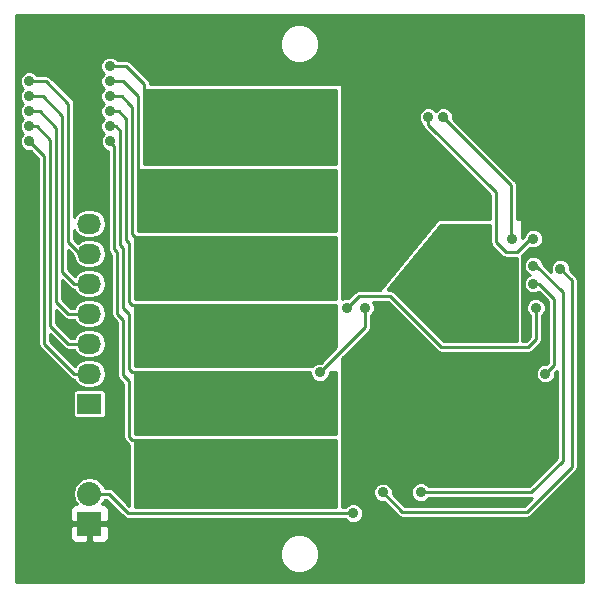
<source format=gbr>
G04 #@! TF.FileFunction,Copper,L2,Bot,Signal*
%FSLAX46Y46*%
G04 Gerber Fmt 4.6, Leading zero omitted, Abs format (unit mm)*
G04 Created by KiCad (PCBNEW (2014-11-27 BZR 5304)-product) date 12/5/2014 1:18:36 AM*
%MOMM*%
G01*
G04 APERTURE LIST*
%ADD10C,0.100000*%
%ADD11C,0.889000*%
%ADD12R,2.032000X1.727200*%
%ADD13O,2.032000X1.727200*%
%ADD14R,2.032000X2.032000*%
%ADD15O,2.032000X2.032000*%
%ADD16C,0.254000*%
%ADD17C,0.203200*%
%ADD18C,0.381000*%
G04 APERTURE END LIST*
D10*
D11*
X205703400Y-130050200D03*
D12*
X172720000Y-138430000D03*
D13*
X172720000Y-135890000D03*
X172720000Y-133350000D03*
X172720000Y-130810000D03*
X172720000Y-128270000D03*
X172720000Y-125730000D03*
X172720000Y-123190000D03*
D14*
X172720000Y-148590000D03*
D15*
X172720000Y-146050000D03*
D11*
X195834000Y-145923000D03*
X198374000Y-107188000D03*
X194908400Y-116461200D03*
X209042000Y-107188000D03*
X203163400Y-122176200D03*
X196559400Y-123954200D03*
X198882000Y-151892000D03*
X210312000Y-143256000D03*
X197575400Y-130304200D03*
X206248000Y-134874000D03*
X209042000Y-134874000D03*
X212307400Y-117350200D03*
X208788000Y-151892000D03*
X200406000Y-137160000D03*
X212598000Y-127000000D03*
X197575400Y-145925200D03*
X167640000Y-111125000D03*
X167640000Y-112395000D03*
X167640000Y-113665000D03*
X167640000Y-114935000D03*
X167640000Y-116205000D03*
X195072000Y-147701000D03*
X202692000Y-114173000D03*
X208534000Y-124460000D03*
X201422000Y-114173000D03*
X210312000Y-124460000D03*
X181700400Y-114429200D03*
X178525400Y-114429200D03*
X188050400Y-116969200D03*
X189955400Y-116969200D03*
X181700400Y-116969200D03*
X184875400Y-116969200D03*
X178525400Y-116969200D03*
X184875400Y-114429200D03*
X188050400Y-114429200D03*
X189955400Y-114429200D03*
X189955400Y-114429200D03*
X188050400Y-114429200D03*
X184875400Y-114429200D03*
X178525400Y-116969200D03*
X184875400Y-116969200D03*
X181700400Y-116969200D03*
X189955400Y-116969200D03*
X188050400Y-116969200D03*
X178525400Y-114429200D03*
X181700400Y-114429200D03*
X174461400Y-109857200D03*
X181700400Y-120144200D03*
X178525400Y-120144200D03*
X188050400Y-122684200D03*
X189955400Y-122684200D03*
X181700400Y-122684200D03*
X184875400Y-122684200D03*
X178525400Y-122684200D03*
X184875400Y-120144200D03*
X188050400Y-120144200D03*
X189955400Y-120144200D03*
X189955400Y-120144200D03*
X188050400Y-120144200D03*
X184875400Y-120144200D03*
X178525400Y-122684200D03*
X184875400Y-122684200D03*
X181700400Y-122684200D03*
X189955400Y-122684200D03*
X188050400Y-122684200D03*
X178525400Y-120144200D03*
X181700400Y-120144200D03*
X174461400Y-111127200D03*
X188050400Y-128399200D03*
X189955400Y-128399200D03*
X181700400Y-128399200D03*
X184875400Y-128399200D03*
X178525400Y-128399200D03*
X178525400Y-128399200D03*
X184875400Y-128399200D03*
X181700400Y-128399200D03*
X189955400Y-128399200D03*
X188050400Y-128399200D03*
X181700400Y-125859200D03*
X178525400Y-125859200D03*
X184875400Y-125859200D03*
X188050400Y-125859200D03*
X189955400Y-125859200D03*
X189955400Y-125859200D03*
X188050400Y-125859200D03*
X184875400Y-125859200D03*
X178525400Y-125859200D03*
X181700400Y-125859200D03*
X174461400Y-112397200D03*
X181700400Y-131574200D03*
X178525400Y-131574200D03*
X188050400Y-134114200D03*
X189955400Y-134114200D03*
X181700400Y-134114200D03*
X184875400Y-134114200D03*
X178525400Y-134114200D03*
X184875400Y-131574200D03*
X188050400Y-131574200D03*
X189955400Y-131574200D03*
X189955400Y-131574200D03*
X188050400Y-131574200D03*
X184875400Y-131574200D03*
X178525400Y-134114200D03*
X184875400Y-134114200D03*
X181700400Y-134114200D03*
X189955400Y-134114200D03*
X188050400Y-134114200D03*
X178525400Y-131574200D03*
X181700400Y-131574200D03*
X189955400Y-134114200D03*
X189955400Y-131574200D03*
X174461400Y-113667200D03*
X181700400Y-137289200D03*
X178525400Y-137289200D03*
X188050400Y-139829200D03*
X189955400Y-139829200D03*
X181700400Y-139829200D03*
X184875400Y-139829200D03*
X178525400Y-139829200D03*
X184875400Y-137289200D03*
X188050400Y-137289200D03*
X189955400Y-137289200D03*
X189955400Y-137289200D03*
X188050400Y-137289200D03*
X184875400Y-137289200D03*
X178525400Y-139829200D03*
X184875400Y-139829200D03*
X181700400Y-139829200D03*
X189955400Y-139829200D03*
X188050400Y-139829200D03*
X178525400Y-137289200D03*
X181700400Y-137289200D03*
X174461400Y-114937200D03*
X188050400Y-145544200D03*
X189955400Y-145544200D03*
X181700400Y-145544200D03*
X184875400Y-145544200D03*
X178525400Y-145544200D03*
X178525400Y-145544200D03*
X184875400Y-145544200D03*
X181700400Y-145544200D03*
X189955400Y-145544200D03*
X188050400Y-145544200D03*
X181700400Y-143004200D03*
X178525400Y-143004200D03*
X184875400Y-143004200D03*
X188050400Y-143004200D03*
X189955400Y-143004200D03*
X189955400Y-143004200D03*
X188050400Y-143004200D03*
X184875400Y-143004200D03*
X178525400Y-143004200D03*
X181700400Y-143004200D03*
X174498000Y-116205000D03*
X210312000Y-126746000D03*
X200787000Y-145923000D03*
X210312000Y-128270000D03*
X211328000Y-135890000D03*
X210529400Y-130304200D03*
X194527400Y-130304200D03*
X196051400Y-130304200D03*
X192241400Y-135765200D03*
X204216000Y-130048000D03*
X205740000Y-128587500D03*
X207200500Y-130048000D03*
X205740000Y-131508500D03*
D16*
X198374000Y-107188000D02*
X198374000Y-112995600D01*
X198374000Y-112995600D02*
X194908400Y-116461200D01*
X198337400Y-122176200D02*
X196559400Y-123954200D01*
X203163400Y-122176200D02*
X198337400Y-122176200D01*
D17*
X197575400Y-130519400D02*
X201930000Y-134874000D01*
X201930000Y-134874000D02*
X206248000Y-134874000D01*
X197575400Y-130304200D02*
X197575400Y-130519400D01*
D16*
X214212400Y-119255200D02*
X212307400Y-117350200D01*
X214212400Y-120398200D02*
X214212400Y-146467600D01*
X208788000Y-151892000D02*
X214212400Y-146467600D01*
X214212400Y-120398200D02*
X214212400Y-119255200D01*
X213577400Y-128270000D02*
X213577400Y-127979400D01*
X213577400Y-127979400D02*
X212598000Y-127000000D01*
X209767400Y-147576200D02*
X200559900Y-147576200D01*
X213577400Y-128270000D02*
X213577400Y-143766200D01*
X213577400Y-143766200D02*
X209767400Y-147576200D01*
X212598000Y-127036600D02*
X212598000Y-127000000D01*
X199226400Y-147576200D02*
X200559900Y-147576200D01*
X199226400Y-147576200D02*
X197575400Y-145925200D01*
X200559900Y-147576200D02*
X200623400Y-147576200D01*
X170942000Y-124714000D02*
X170942000Y-113030000D01*
X170942000Y-113030000D02*
X169037000Y-111125000D01*
X169037000Y-111125000D02*
X167640000Y-111125000D01*
X171958000Y-125730000D02*
X170942000Y-124714000D01*
X172720000Y-125730000D02*
X171958000Y-125730000D01*
X171450000Y-128270000D02*
X170434000Y-127254000D01*
X170434000Y-127254000D02*
X170434000Y-114046000D01*
X170434000Y-114046000D02*
X168783000Y-112395000D01*
X168783000Y-112395000D02*
X167640000Y-112395000D01*
X172720000Y-128270000D02*
X171450000Y-128270000D01*
X170942000Y-130810000D02*
X169926000Y-129794000D01*
X169926000Y-129794000D02*
X169926000Y-115062000D01*
X169926000Y-115062000D02*
X168529000Y-113665000D01*
X168529000Y-113665000D02*
X167640000Y-113665000D01*
X172720000Y-130810000D02*
X170942000Y-130810000D01*
X170942000Y-133350000D02*
X169418000Y-131826000D01*
X169418000Y-131826000D02*
X169418000Y-116078000D01*
X172720000Y-133350000D02*
X170942000Y-133350000D01*
X168275000Y-114935000D02*
X169418000Y-116078000D01*
X167640000Y-114935000D02*
X168275000Y-114935000D01*
X171450000Y-135890000D02*
X168910000Y-133350000D01*
X168910000Y-133350000D02*
X168910000Y-117475000D01*
X168910000Y-117475000D02*
X167640000Y-116205000D01*
X172720000Y-135890000D02*
X171450000Y-135890000D01*
X172720000Y-146050000D02*
X174371000Y-146050000D01*
X176022000Y-147701000D02*
X193929000Y-147701000D01*
X174371000Y-146050000D02*
X176022000Y-147701000D01*
X193929000Y-147701000D02*
X195072000Y-147701000D01*
X208407000Y-119888000D02*
X208343500Y-119824500D01*
X208343500Y-119824500D02*
X202692000Y-114173000D01*
X208343500Y-119824500D02*
X208407000Y-119888000D01*
X208407000Y-124333000D02*
X208534000Y-124460000D01*
X208407000Y-119888000D02*
X208407000Y-124333000D01*
X207137000Y-124714000D02*
X207137000Y-120523000D01*
X207137000Y-120523000D02*
X201422000Y-114808000D01*
X201422000Y-114808000D02*
X201422000Y-114173000D01*
X208026000Y-125603000D02*
X207137000Y-124714000D01*
X208915000Y-125603000D02*
X208026000Y-125603000D01*
X210058000Y-124460000D02*
X208915000Y-125603000D01*
X210312000Y-124460000D02*
X210058000Y-124460000D01*
X175858400Y-109857200D02*
X177382400Y-111381200D01*
X177382400Y-111381200D02*
X177382400Y-111889200D01*
X174461400Y-109857200D02*
X175858400Y-109857200D01*
X176874400Y-112397200D02*
X176874400Y-118620200D01*
X174461400Y-111127200D02*
X175604400Y-111127200D01*
X175604400Y-111127200D02*
X176620400Y-112143200D01*
X176620400Y-112143200D02*
X176874400Y-112397200D01*
X176366400Y-113286200D02*
X176366400Y-124081200D01*
X176366400Y-124081200D02*
X176620400Y-124335200D01*
X174461400Y-112397200D02*
X175477400Y-112397200D01*
X175477400Y-112397200D02*
X176112400Y-113032200D01*
X176112400Y-113032200D02*
X176366400Y-113286200D01*
X175858400Y-124589200D02*
X176112400Y-124843200D01*
X176112400Y-124843200D02*
X176112400Y-129796200D01*
X176112400Y-129796200D02*
X176366400Y-130050200D01*
X176366400Y-130050200D02*
X176620400Y-130050200D01*
X175223400Y-113667200D02*
X175858400Y-114302200D01*
X174461400Y-113667200D02*
X175223400Y-113667200D01*
X175858400Y-114302200D02*
X175858400Y-123954200D01*
X175858400Y-123954200D02*
X175858400Y-124589200D01*
X175350400Y-124970200D02*
X175604400Y-125224200D01*
X175604400Y-125224200D02*
X175604400Y-130304200D01*
X175604400Y-130304200D02*
X176112400Y-130812200D01*
X176112400Y-130812200D02*
X176112400Y-135511200D01*
X176112400Y-135511200D02*
X176366400Y-135765200D01*
X176366400Y-135765200D02*
X176620400Y-135765200D01*
X174461400Y-114937200D02*
X174969400Y-114937200D01*
X175350400Y-115318200D02*
X175350400Y-123954200D01*
X174969400Y-114937200D02*
X175350400Y-115318200D01*
X175350400Y-123954200D02*
X175350400Y-124970200D01*
X175096400Y-130812200D02*
X175604400Y-131320200D01*
X175604400Y-131320200D02*
X175604400Y-136019200D01*
X175604400Y-136019200D02*
X176112400Y-136527200D01*
X176112400Y-136527200D02*
X176112400Y-141226200D01*
X176112400Y-141226200D02*
X176366400Y-141480200D01*
X176366400Y-141480200D02*
X176620400Y-141480200D01*
X174842400Y-123954200D02*
X174842400Y-125351200D01*
X174498000Y-116243800D02*
X174842400Y-116588200D01*
X174842400Y-116588200D02*
X174842400Y-123954200D01*
X174498000Y-116205000D02*
X174498000Y-116243800D01*
X175096400Y-125605200D02*
X175096400Y-129923200D01*
X174842400Y-125351200D02*
X175096400Y-125605200D01*
X175096400Y-129923200D02*
X175096400Y-130812200D01*
X210566000Y-126746000D02*
X212815400Y-128995400D01*
X212815400Y-128995400D02*
X212815400Y-129796200D01*
X212815400Y-129796200D02*
X212815400Y-143258200D01*
X212815400Y-143258200D02*
X210150600Y-145923000D01*
X210150600Y-145923000D02*
X200787000Y-145923000D01*
X210312000Y-126746000D02*
X210566000Y-126746000D01*
X210312000Y-128270000D02*
X210820000Y-128270000D01*
X212090000Y-135128000D02*
X211328000Y-135890000D01*
X212090000Y-129540000D02*
X212090000Y-135128000D01*
X210820000Y-128270000D02*
X212090000Y-129540000D01*
X195543400Y-129288200D02*
X198210400Y-129288200D01*
X194527400Y-130304200D02*
X195543400Y-129288200D01*
X210529400Y-132971200D02*
X209894400Y-133606200D01*
X209894400Y-133606200D02*
X202528400Y-133606200D01*
X202528400Y-133606200D02*
X198210400Y-129288200D01*
X210529400Y-130304200D02*
X210529400Y-132971200D01*
X196051400Y-131955200D02*
X194908400Y-133098200D01*
X192241400Y-135765200D02*
X194908400Y-133098200D01*
X196051400Y-130304200D02*
X196051400Y-131955200D01*
D17*
X204218200Y-130050200D02*
X204216000Y-130048000D01*
X205703400Y-130050200D02*
X204218200Y-130050200D01*
X205703400Y-128624100D02*
X205740000Y-128587500D01*
X205703400Y-130050200D02*
X205703400Y-128624100D01*
X207198300Y-130050200D02*
X207200500Y-130048000D01*
X205703400Y-130050200D02*
X207198300Y-130050200D01*
X205703400Y-131471900D02*
X205740000Y-131508500D01*
X205703400Y-130050200D02*
X205703400Y-131471900D01*
D16*
G36*
X214503000Y-153543000D02*
X214085400Y-153543000D01*
X214085400Y-143766200D01*
X214085400Y-128270000D01*
X214085400Y-127979400D01*
X214046731Y-127784997D01*
X213936610Y-127620190D01*
X213423407Y-127106987D01*
X213423643Y-126836518D01*
X213298233Y-126533002D01*
X213066219Y-126300583D01*
X212762923Y-126174643D01*
X212434518Y-126174357D01*
X212131002Y-126299767D01*
X211898583Y-126531781D01*
X211772643Y-126835077D01*
X211772357Y-127163482D01*
X211821966Y-127283546D01*
X211137628Y-126599208D01*
X211137643Y-126582518D01*
X211012233Y-126279002D01*
X210780219Y-126046583D01*
X210476923Y-125920643D01*
X210148518Y-125920357D01*
X209845002Y-126045767D01*
X209612583Y-126277781D01*
X209486643Y-126581077D01*
X209486357Y-126909482D01*
X209611767Y-127212998D01*
X209843781Y-127445417D01*
X209994493Y-127507998D01*
X209845002Y-127569767D01*
X209612583Y-127801781D01*
X209486643Y-128105077D01*
X209486357Y-128433482D01*
X209611767Y-128736998D01*
X209843781Y-128969417D01*
X210147077Y-129095357D01*
X210475482Y-129095643D01*
X210778998Y-128970233D01*
X210790415Y-128958835D01*
X211582000Y-129750420D01*
X211582000Y-134917580D01*
X211434987Y-135064592D01*
X211355043Y-135064522D01*
X211355043Y-130140718D01*
X211229633Y-129837202D01*
X210997619Y-129604783D01*
X210694323Y-129478843D01*
X210365918Y-129478557D01*
X210062402Y-129603967D01*
X209829983Y-129835981D01*
X209704043Y-130139277D01*
X209703757Y-130467682D01*
X209829167Y-130771198D01*
X210021400Y-130963766D01*
X210021400Y-132760779D01*
X209683979Y-133098200D01*
X209386400Y-133098200D01*
X209386400Y-125850020D01*
X210008574Y-125227845D01*
X210147077Y-125285357D01*
X210475482Y-125285643D01*
X210778998Y-125160233D01*
X211011417Y-124928219D01*
X211137357Y-124624923D01*
X211137643Y-124296518D01*
X211012233Y-123993002D01*
X210780219Y-123760583D01*
X210476923Y-123634643D01*
X210148518Y-123634357D01*
X209845002Y-123759767D01*
X209612583Y-123991781D01*
X209486643Y-124295077D01*
X209486627Y-124312952D01*
X209386400Y-124413180D01*
X209386400Y-122811200D01*
X208915000Y-122811200D01*
X208915000Y-119888000D01*
X208876331Y-119693597D01*
X208766211Y-119528790D01*
X208702710Y-119465290D01*
X203517407Y-114279987D01*
X203517643Y-114009518D01*
X203392233Y-113706002D01*
X203160219Y-113473583D01*
X202856923Y-113347643D01*
X202528518Y-113347357D01*
X202225002Y-113472767D01*
X202056910Y-113640565D01*
X201890219Y-113473583D01*
X201586923Y-113347643D01*
X201258518Y-113347357D01*
X200955002Y-113472767D01*
X200722583Y-113704781D01*
X200596643Y-114008077D01*
X200596357Y-114336482D01*
X200721767Y-114639998D01*
X200920102Y-114838679D01*
X200952669Y-115002403D01*
X201062790Y-115167210D01*
X206629000Y-120733420D01*
X206629000Y-122811200D01*
X202220852Y-122811200D01*
X197337124Y-128780200D01*
X195543400Y-128780200D01*
X195348997Y-128818869D01*
X195184190Y-128928990D01*
X194634387Y-129478792D01*
X194363918Y-129478557D01*
X194146400Y-129568433D01*
X194146400Y-129542200D01*
X194146400Y-124335200D01*
X194146400Y-123827200D01*
X194146400Y-118620200D01*
X194146400Y-118112200D01*
X194146400Y-111381200D01*
X192130963Y-111381200D01*
X192130963Y-107627061D01*
X191883229Y-107027501D01*
X191424912Y-106568383D01*
X190825785Y-106319604D01*
X190177061Y-106319037D01*
X189577501Y-106566771D01*
X189118383Y-107025088D01*
X188869604Y-107624215D01*
X188869037Y-108272939D01*
X189116771Y-108872499D01*
X189575088Y-109331617D01*
X190174215Y-109580396D01*
X190822939Y-109580963D01*
X191422499Y-109333229D01*
X191881617Y-108874912D01*
X192130396Y-108275785D01*
X192130963Y-107627061D01*
X192130963Y-111381200D01*
X177890400Y-111381200D01*
X177851731Y-111186797D01*
X177851730Y-111186796D01*
X177815190Y-111132110D01*
X177741610Y-111021990D01*
X177741610Y-111021989D01*
X176217610Y-109497990D01*
X176052803Y-109387869D01*
X175858400Y-109349200D01*
X175120702Y-109349200D01*
X174929619Y-109157783D01*
X174626323Y-109031843D01*
X174297918Y-109031557D01*
X173994402Y-109156967D01*
X173761983Y-109388981D01*
X173636043Y-109692277D01*
X173635757Y-110020682D01*
X173761167Y-110324198D01*
X173928965Y-110492289D01*
X173761983Y-110658981D01*
X173636043Y-110962277D01*
X173635757Y-111290682D01*
X173761167Y-111594198D01*
X173928965Y-111762289D01*
X173761983Y-111928981D01*
X173636043Y-112232277D01*
X173635757Y-112560682D01*
X173761167Y-112864198D01*
X173928965Y-113032289D01*
X173761983Y-113198981D01*
X173636043Y-113502277D01*
X173635757Y-113830682D01*
X173761167Y-114134198D01*
X173928965Y-114302289D01*
X173761983Y-114468981D01*
X173636043Y-114772277D01*
X173635757Y-115100682D01*
X173761167Y-115404198D01*
X173946133Y-115589487D01*
X173798583Y-115736781D01*
X173672643Y-116040077D01*
X173672357Y-116368482D01*
X173797767Y-116671998D01*
X174029781Y-116904417D01*
X174333077Y-117030357D01*
X174334400Y-117030358D01*
X174334400Y-123954200D01*
X174334400Y-125351200D01*
X174373069Y-125545603D01*
X174483190Y-125710410D01*
X174588400Y-125815620D01*
X174588400Y-129923200D01*
X174588400Y-130812200D01*
X174627069Y-131006603D01*
X174737190Y-131171410D01*
X175096400Y-131530620D01*
X175096400Y-136019200D01*
X175135069Y-136213603D01*
X175245190Y-136378410D01*
X175604400Y-136737620D01*
X175604400Y-141226200D01*
X175643069Y-141420603D01*
X175753190Y-141585410D01*
X176007190Y-141839410D01*
X176112400Y-141909709D01*
X176112400Y-147072979D01*
X174730210Y-145690790D01*
X174565403Y-145580669D01*
X174371000Y-145542000D01*
X174144369Y-145542000D01*
X174144369Y-135890000D01*
X174049629Y-135413712D01*
X173779834Y-135009935D01*
X173376057Y-134740140D01*
X172899769Y-134645400D01*
X172540231Y-134645400D01*
X172063943Y-134740140D01*
X171660166Y-135009935D01*
X171511239Y-135232818D01*
X169418000Y-133139579D01*
X169418000Y-132544420D01*
X170582789Y-133709210D01*
X170582790Y-133709210D01*
X170692910Y-133782790D01*
X170747596Y-133819330D01*
X170747597Y-133819331D01*
X170942000Y-133858000D01*
X171411560Y-133858000D01*
X171660166Y-134230065D01*
X172063943Y-134499860D01*
X172540231Y-134594600D01*
X172899769Y-134594600D01*
X173376057Y-134499860D01*
X173779834Y-134230065D01*
X174049629Y-133826288D01*
X174144369Y-133350000D01*
X174049629Y-132873712D01*
X173779834Y-132469935D01*
X173376057Y-132200140D01*
X172899769Y-132105400D01*
X172540231Y-132105400D01*
X172063943Y-132200140D01*
X171660166Y-132469935D01*
X171411560Y-132842000D01*
X171152420Y-132842000D01*
X169926000Y-131615579D01*
X169926000Y-130512420D01*
X170582790Y-131169210D01*
X170747597Y-131279331D01*
X170942000Y-131318000D01*
X171411560Y-131318000D01*
X171660166Y-131690065D01*
X172063943Y-131959860D01*
X172540231Y-132054600D01*
X172899769Y-132054600D01*
X173376057Y-131959860D01*
X173779834Y-131690065D01*
X174049629Y-131286288D01*
X174144369Y-130810000D01*
X174049629Y-130333712D01*
X173779834Y-129929935D01*
X173376057Y-129660140D01*
X172899769Y-129565400D01*
X172540231Y-129565400D01*
X172063943Y-129660140D01*
X171660166Y-129929935D01*
X171411560Y-130302000D01*
X171152420Y-130302000D01*
X170434000Y-129583580D01*
X170434000Y-127972420D01*
X171090790Y-128629210D01*
X171255597Y-128739331D01*
X171405668Y-128769181D01*
X171660166Y-129150065D01*
X172063943Y-129419860D01*
X172540231Y-129514600D01*
X172899769Y-129514600D01*
X173376057Y-129419860D01*
X173779834Y-129150065D01*
X174049629Y-128746288D01*
X174144369Y-128270000D01*
X174049629Y-127793712D01*
X173779834Y-127389935D01*
X173376057Y-127120140D01*
X172899769Y-127025400D01*
X172540231Y-127025400D01*
X172063943Y-127120140D01*
X171660166Y-127389935D01*
X171511239Y-127612819D01*
X170942000Y-127043580D01*
X170942000Y-125432420D01*
X171309548Y-125799968D01*
X171390371Y-126206288D01*
X171660166Y-126610065D01*
X172063943Y-126879860D01*
X172540231Y-126974600D01*
X172899769Y-126974600D01*
X173376057Y-126879860D01*
X173779834Y-126610065D01*
X174049629Y-126206288D01*
X174144369Y-125730000D01*
X174049629Y-125253712D01*
X173779834Y-124849935D01*
X173376057Y-124580140D01*
X172899769Y-124485400D01*
X172540231Y-124485400D01*
X172063943Y-124580140D01*
X171741805Y-124795385D01*
X171450000Y-124503580D01*
X171450000Y-123755529D01*
X171660166Y-124070065D01*
X172063943Y-124339860D01*
X172540231Y-124434600D01*
X172899769Y-124434600D01*
X173376057Y-124339860D01*
X173779834Y-124070065D01*
X174049629Y-123666288D01*
X174144369Y-123190000D01*
X174049629Y-122713712D01*
X173779834Y-122309935D01*
X173376057Y-122040140D01*
X172899769Y-121945400D01*
X172540231Y-121945400D01*
X172063943Y-122040140D01*
X171660166Y-122309935D01*
X171450000Y-122624470D01*
X171450000Y-113030000D01*
X171411331Y-112835597D01*
X171301210Y-112670790D01*
X169396210Y-110765790D01*
X169231403Y-110655669D01*
X169037000Y-110617000D01*
X168299302Y-110617000D01*
X168108219Y-110425583D01*
X167804923Y-110299643D01*
X167476518Y-110299357D01*
X167173002Y-110424767D01*
X166940583Y-110656781D01*
X166814643Y-110960077D01*
X166814357Y-111288482D01*
X166939767Y-111591998D01*
X167107565Y-111760089D01*
X166940583Y-111926781D01*
X166814643Y-112230077D01*
X166814357Y-112558482D01*
X166939767Y-112861998D01*
X167107565Y-113030089D01*
X166940583Y-113196781D01*
X166814643Y-113500077D01*
X166814357Y-113828482D01*
X166939767Y-114131998D01*
X167107565Y-114300089D01*
X166940583Y-114466781D01*
X166814643Y-114770077D01*
X166814357Y-115098482D01*
X166939767Y-115401998D01*
X167107565Y-115570089D01*
X166940583Y-115736781D01*
X166814643Y-116040077D01*
X166814357Y-116368482D01*
X166939767Y-116671998D01*
X167171781Y-116904417D01*
X167475077Y-117030357D01*
X167747173Y-117030593D01*
X168402000Y-117685420D01*
X168402000Y-133350000D01*
X168440669Y-133544403D01*
X168550790Y-133709210D01*
X171090789Y-136249210D01*
X171090790Y-136249210D01*
X171200910Y-136322790D01*
X171255596Y-136359330D01*
X171255597Y-136359331D01*
X171405668Y-136389181D01*
X171660166Y-136770065D01*
X172063943Y-137039860D01*
X172540231Y-137134600D01*
X172899769Y-137134600D01*
X173376057Y-137039860D01*
X173779834Y-136770065D01*
X174049629Y-136366288D01*
X174144369Y-135890000D01*
X174144369Y-145542000D01*
X174117000Y-145542000D01*
X174117000Y-139369385D01*
X174117000Y-139217814D01*
X174117000Y-137490614D01*
X174058996Y-137350580D01*
X173951819Y-137243404D01*
X173811785Y-137185400D01*
X173660214Y-137185400D01*
X171628214Y-137185400D01*
X171488180Y-137243404D01*
X171381004Y-137350581D01*
X171323000Y-137490615D01*
X171323000Y-137642186D01*
X171323000Y-139369386D01*
X171381004Y-139509420D01*
X171488181Y-139616596D01*
X171628215Y-139674600D01*
X171779786Y-139674600D01*
X173811786Y-139674600D01*
X173951820Y-139616596D01*
X174058996Y-139509419D01*
X174117000Y-139369385D01*
X174117000Y-145542000D01*
X174021396Y-145542000D01*
X174010660Y-145488022D01*
X173707828Y-145034803D01*
X173254609Y-144731971D01*
X172720000Y-144625631D01*
X172185391Y-144731971D01*
X171732172Y-145034803D01*
X171429340Y-145488022D01*
X171323000Y-146022631D01*
X171323000Y-146077369D01*
X171429340Y-146611978D01*
X171647849Y-146939000D01*
X171577690Y-146939000D01*
X171344301Y-147035673D01*
X171165673Y-147214302D01*
X171069000Y-147447691D01*
X171069000Y-148304250D01*
X171227750Y-148463000D01*
X172593000Y-148463000D01*
X172593000Y-148443000D01*
X172847000Y-148443000D01*
X172847000Y-148463000D01*
X174212250Y-148463000D01*
X174371000Y-148304250D01*
X174371000Y-147447691D01*
X174274327Y-147214302D01*
X174095699Y-147035673D01*
X173862310Y-146939000D01*
X173792150Y-146939000D01*
X174010660Y-146611978D01*
X174021396Y-146558000D01*
X174160579Y-146558000D01*
X175662790Y-148060211D01*
X175827597Y-148170331D01*
X176022000Y-148209000D01*
X193929000Y-148209000D01*
X194412697Y-148209000D01*
X194603781Y-148400417D01*
X194907077Y-148526357D01*
X195235482Y-148526643D01*
X195538998Y-148401233D01*
X195771417Y-148169219D01*
X195897357Y-147865923D01*
X195897643Y-147537518D01*
X195772233Y-147234002D01*
X195540219Y-147001583D01*
X195236923Y-146875643D01*
X194908518Y-146875357D01*
X194605002Y-147000767D01*
X194412433Y-147193000D01*
X194146400Y-147193000D01*
X194146400Y-141480200D01*
X194146400Y-140972200D01*
X194146400Y-135765200D01*
X194146400Y-135257200D01*
X194146400Y-134578620D01*
X195267610Y-133457410D01*
X195267611Y-133457410D01*
X195267613Y-133457406D01*
X196410610Y-132314410D01*
X196520731Y-132149604D01*
X196520731Y-132149603D01*
X196559400Y-131955200D01*
X196559400Y-130963502D01*
X196750817Y-130772419D01*
X196876757Y-130469123D01*
X196877043Y-130140718D01*
X196751633Y-129837202D01*
X196710702Y-129796200D01*
X197999980Y-129796200D01*
X202169190Y-133965410D01*
X202333996Y-134075531D01*
X202333997Y-134075531D01*
X202528400Y-134114200D01*
X209894400Y-134114200D01*
X210088803Y-134075531D01*
X210253610Y-133965410D01*
X210888610Y-133330410D01*
X210888611Y-133330410D01*
X210998731Y-133165603D01*
X211037400Y-132971200D01*
X211037400Y-130963502D01*
X211228817Y-130772419D01*
X211354757Y-130469123D01*
X211355043Y-130140718D01*
X211355043Y-135064522D01*
X211164518Y-135064357D01*
X210861002Y-135189767D01*
X210628583Y-135421781D01*
X210502643Y-135725077D01*
X210502357Y-136053482D01*
X210627767Y-136356998D01*
X210859781Y-136589417D01*
X211163077Y-136715357D01*
X211491482Y-136715643D01*
X211794998Y-136590233D01*
X212027417Y-136358219D01*
X212153357Y-136054923D01*
X212153593Y-135782826D01*
X212307400Y-135629020D01*
X212307400Y-143047780D01*
X209940180Y-145415000D01*
X201446302Y-145415000D01*
X201255219Y-145223583D01*
X200951923Y-145097643D01*
X200623518Y-145097357D01*
X200320002Y-145222767D01*
X200087583Y-145454781D01*
X199961643Y-145758077D01*
X199961357Y-146086482D01*
X200086767Y-146389998D01*
X200318781Y-146622417D01*
X200622077Y-146748357D01*
X200950482Y-146748643D01*
X201253998Y-146623233D01*
X201446566Y-146431000D01*
X210150600Y-146431000D01*
X210205000Y-146420179D01*
X209556979Y-147068200D01*
X200623400Y-147068200D01*
X200559900Y-147068200D01*
X199436820Y-147068200D01*
X198400807Y-146032187D01*
X198401043Y-145761718D01*
X198275633Y-145458202D01*
X198043619Y-145225783D01*
X197740323Y-145099843D01*
X197411918Y-145099557D01*
X197108402Y-145224967D01*
X196875983Y-145456981D01*
X196750043Y-145760277D01*
X196749757Y-146088682D01*
X196875167Y-146392198D01*
X197107181Y-146624617D01*
X197410477Y-146750557D01*
X197682573Y-146750793D01*
X198867190Y-147935411D01*
X199031997Y-148045531D01*
X199226400Y-148084200D01*
X200559900Y-148084200D01*
X200623400Y-148084200D01*
X209767400Y-148084200D01*
X209961803Y-148045531D01*
X210126610Y-147935410D01*
X213936610Y-144125410D01*
X214046731Y-143960603D01*
X214085400Y-143766200D01*
X214085400Y-153543000D01*
X192130963Y-153543000D01*
X192130963Y-150807061D01*
X191883229Y-150207501D01*
X191424912Y-149748383D01*
X190825785Y-149499604D01*
X190177061Y-149499037D01*
X189577501Y-149746771D01*
X189118383Y-150205088D01*
X188869604Y-150804215D01*
X188869037Y-151452939D01*
X189116771Y-152052499D01*
X189575088Y-152511617D01*
X190174215Y-152760396D01*
X190822939Y-152760963D01*
X191422499Y-152513229D01*
X191881617Y-152054912D01*
X192130396Y-151455785D01*
X192130963Y-150807061D01*
X192130963Y-153543000D01*
X174371000Y-153543000D01*
X174371000Y-149732309D01*
X174371000Y-148875750D01*
X174212250Y-148717000D01*
X172847000Y-148717000D01*
X172847000Y-150082250D01*
X173005750Y-150241000D01*
X173609691Y-150241000D01*
X173862310Y-150241000D01*
X174095699Y-150144327D01*
X174274327Y-149965698D01*
X174371000Y-149732309D01*
X174371000Y-153543000D01*
X172593000Y-153543000D01*
X172593000Y-150082250D01*
X172593000Y-148717000D01*
X171227750Y-148717000D01*
X171069000Y-148875750D01*
X171069000Y-149732309D01*
X171165673Y-149965698D01*
X171344301Y-150144327D01*
X171577690Y-150241000D01*
X171830309Y-150241000D01*
X172434250Y-150241000D01*
X172593000Y-150082250D01*
X172593000Y-153543000D01*
X166497000Y-153543000D01*
X166497000Y-105537000D01*
X214503000Y-105537000D01*
X214503000Y-153543000D01*
X214503000Y-153543000D01*
G37*
X214503000Y-153543000D02*
X214085400Y-153543000D01*
X214085400Y-143766200D01*
X214085400Y-128270000D01*
X214085400Y-127979400D01*
X214046731Y-127784997D01*
X213936610Y-127620190D01*
X213423407Y-127106987D01*
X213423643Y-126836518D01*
X213298233Y-126533002D01*
X213066219Y-126300583D01*
X212762923Y-126174643D01*
X212434518Y-126174357D01*
X212131002Y-126299767D01*
X211898583Y-126531781D01*
X211772643Y-126835077D01*
X211772357Y-127163482D01*
X211821966Y-127283546D01*
X211137628Y-126599208D01*
X211137643Y-126582518D01*
X211012233Y-126279002D01*
X210780219Y-126046583D01*
X210476923Y-125920643D01*
X210148518Y-125920357D01*
X209845002Y-126045767D01*
X209612583Y-126277781D01*
X209486643Y-126581077D01*
X209486357Y-126909482D01*
X209611767Y-127212998D01*
X209843781Y-127445417D01*
X209994493Y-127507998D01*
X209845002Y-127569767D01*
X209612583Y-127801781D01*
X209486643Y-128105077D01*
X209486357Y-128433482D01*
X209611767Y-128736998D01*
X209843781Y-128969417D01*
X210147077Y-129095357D01*
X210475482Y-129095643D01*
X210778998Y-128970233D01*
X210790415Y-128958835D01*
X211582000Y-129750420D01*
X211582000Y-134917580D01*
X211434987Y-135064592D01*
X211355043Y-135064522D01*
X211355043Y-130140718D01*
X211229633Y-129837202D01*
X210997619Y-129604783D01*
X210694323Y-129478843D01*
X210365918Y-129478557D01*
X210062402Y-129603967D01*
X209829983Y-129835981D01*
X209704043Y-130139277D01*
X209703757Y-130467682D01*
X209829167Y-130771198D01*
X210021400Y-130963766D01*
X210021400Y-132760779D01*
X209683979Y-133098200D01*
X209386400Y-133098200D01*
X209386400Y-125850020D01*
X210008574Y-125227845D01*
X210147077Y-125285357D01*
X210475482Y-125285643D01*
X210778998Y-125160233D01*
X211011417Y-124928219D01*
X211137357Y-124624923D01*
X211137643Y-124296518D01*
X211012233Y-123993002D01*
X210780219Y-123760583D01*
X210476923Y-123634643D01*
X210148518Y-123634357D01*
X209845002Y-123759767D01*
X209612583Y-123991781D01*
X209486643Y-124295077D01*
X209486627Y-124312952D01*
X209386400Y-124413180D01*
X209386400Y-122811200D01*
X208915000Y-122811200D01*
X208915000Y-119888000D01*
X208876331Y-119693597D01*
X208766211Y-119528790D01*
X208702710Y-119465290D01*
X203517407Y-114279987D01*
X203517643Y-114009518D01*
X203392233Y-113706002D01*
X203160219Y-113473583D01*
X202856923Y-113347643D01*
X202528518Y-113347357D01*
X202225002Y-113472767D01*
X202056910Y-113640565D01*
X201890219Y-113473583D01*
X201586923Y-113347643D01*
X201258518Y-113347357D01*
X200955002Y-113472767D01*
X200722583Y-113704781D01*
X200596643Y-114008077D01*
X200596357Y-114336482D01*
X200721767Y-114639998D01*
X200920102Y-114838679D01*
X200952669Y-115002403D01*
X201062790Y-115167210D01*
X206629000Y-120733420D01*
X206629000Y-122811200D01*
X202220852Y-122811200D01*
X197337124Y-128780200D01*
X195543400Y-128780200D01*
X195348997Y-128818869D01*
X195184190Y-128928990D01*
X194634387Y-129478792D01*
X194363918Y-129478557D01*
X194146400Y-129568433D01*
X194146400Y-129542200D01*
X194146400Y-124335200D01*
X194146400Y-123827200D01*
X194146400Y-118620200D01*
X194146400Y-118112200D01*
X194146400Y-111381200D01*
X192130963Y-111381200D01*
X192130963Y-107627061D01*
X191883229Y-107027501D01*
X191424912Y-106568383D01*
X190825785Y-106319604D01*
X190177061Y-106319037D01*
X189577501Y-106566771D01*
X189118383Y-107025088D01*
X188869604Y-107624215D01*
X188869037Y-108272939D01*
X189116771Y-108872499D01*
X189575088Y-109331617D01*
X190174215Y-109580396D01*
X190822939Y-109580963D01*
X191422499Y-109333229D01*
X191881617Y-108874912D01*
X192130396Y-108275785D01*
X192130963Y-107627061D01*
X192130963Y-111381200D01*
X177890400Y-111381200D01*
X177851731Y-111186797D01*
X177851730Y-111186796D01*
X177815190Y-111132110D01*
X177741610Y-111021990D01*
X177741610Y-111021989D01*
X176217610Y-109497990D01*
X176052803Y-109387869D01*
X175858400Y-109349200D01*
X175120702Y-109349200D01*
X174929619Y-109157783D01*
X174626323Y-109031843D01*
X174297918Y-109031557D01*
X173994402Y-109156967D01*
X173761983Y-109388981D01*
X173636043Y-109692277D01*
X173635757Y-110020682D01*
X173761167Y-110324198D01*
X173928965Y-110492289D01*
X173761983Y-110658981D01*
X173636043Y-110962277D01*
X173635757Y-111290682D01*
X173761167Y-111594198D01*
X173928965Y-111762289D01*
X173761983Y-111928981D01*
X173636043Y-112232277D01*
X173635757Y-112560682D01*
X173761167Y-112864198D01*
X173928965Y-113032289D01*
X173761983Y-113198981D01*
X173636043Y-113502277D01*
X173635757Y-113830682D01*
X173761167Y-114134198D01*
X173928965Y-114302289D01*
X173761983Y-114468981D01*
X173636043Y-114772277D01*
X173635757Y-115100682D01*
X173761167Y-115404198D01*
X173946133Y-115589487D01*
X173798583Y-115736781D01*
X173672643Y-116040077D01*
X173672357Y-116368482D01*
X173797767Y-116671998D01*
X174029781Y-116904417D01*
X174333077Y-117030357D01*
X174334400Y-117030358D01*
X174334400Y-123954200D01*
X174334400Y-125351200D01*
X174373069Y-125545603D01*
X174483190Y-125710410D01*
X174588400Y-125815620D01*
X174588400Y-129923200D01*
X174588400Y-130812200D01*
X174627069Y-131006603D01*
X174737190Y-131171410D01*
X175096400Y-131530620D01*
X175096400Y-136019200D01*
X175135069Y-136213603D01*
X175245190Y-136378410D01*
X175604400Y-136737620D01*
X175604400Y-141226200D01*
X175643069Y-141420603D01*
X175753190Y-141585410D01*
X176007190Y-141839410D01*
X176112400Y-141909709D01*
X176112400Y-147072979D01*
X174730210Y-145690790D01*
X174565403Y-145580669D01*
X174371000Y-145542000D01*
X174144369Y-145542000D01*
X174144369Y-135890000D01*
X174049629Y-135413712D01*
X173779834Y-135009935D01*
X173376057Y-134740140D01*
X172899769Y-134645400D01*
X172540231Y-134645400D01*
X172063943Y-134740140D01*
X171660166Y-135009935D01*
X171511239Y-135232818D01*
X169418000Y-133139579D01*
X169418000Y-132544420D01*
X170582789Y-133709210D01*
X170582790Y-133709210D01*
X170692910Y-133782790D01*
X170747596Y-133819330D01*
X170747597Y-133819331D01*
X170942000Y-133858000D01*
X171411560Y-133858000D01*
X171660166Y-134230065D01*
X172063943Y-134499860D01*
X172540231Y-134594600D01*
X172899769Y-134594600D01*
X173376057Y-134499860D01*
X173779834Y-134230065D01*
X174049629Y-133826288D01*
X174144369Y-133350000D01*
X174049629Y-132873712D01*
X173779834Y-132469935D01*
X173376057Y-132200140D01*
X172899769Y-132105400D01*
X172540231Y-132105400D01*
X172063943Y-132200140D01*
X171660166Y-132469935D01*
X171411560Y-132842000D01*
X171152420Y-132842000D01*
X169926000Y-131615579D01*
X169926000Y-130512420D01*
X170582790Y-131169210D01*
X170747597Y-131279331D01*
X170942000Y-131318000D01*
X171411560Y-131318000D01*
X171660166Y-131690065D01*
X172063943Y-131959860D01*
X172540231Y-132054600D01*
X172899769Y-132054600D01*
X173376057Y-131959860D01*
X173779834Y-131690065D01*
X174049629Y-131286288D01*
X174144369Y-130810000D01*
X174049629Y-130333712D01*
X173779834Y-129929935D01*
X173376057Y-129660140D01*
X172899769Y-129565400D01*
X172540231Y-129565400D01*
X172063943Y-129660140D01*
X171660166Y-129929935D01*
X171411560Y-130302000D01*
X171152420Y-130302000D01*
X170434000Y-129583580D01*
X170434000Y-127972420D01*
X171090790Y-128629210D01*
X171255597Y-128739331D01*
X171405668Y-128769181D01*
X171660166Y-129150065D01*
X172063943Y-129419860D01*
X172540231Y-129514600D01*
X172899769Y-129514600D01*
X173376057Y-129419860D01*
X173779834Y-129150065D01*
X174049629Y-128746288D01*
X174144369Y-128270000D01*
X174049629Y-127793712D01*
X173779834Y-127389935D01*
X173376057Y-127120140D01*
X172899769Y-127025400D01*
X172540231Y-127025400D01*
X172063943Y-127120140D01*
X171660166Y-127389935D01*
X171511239Y-127612819D01*
X170942000Y-127043580D01*
X170942000Y-125432420D01*
X171309548Y-125799968D01*
X171390371Y-126206288D01*
X171660166Y-126610065D01*
X172063943Y-126879860D01*
X172540231Y-126974600D01*
X172899769Y-126974600D01*
X173376057Y-126879860D01*
X173779834Y-126610065D01*
X174049629Y-126206288D01*
X174144369Y-125730000D01*
X174049629Y-125253712D01*
X173779834Y-124849935D01*
X173376057Y-124580140D01*
X172899769Y-124485400D01*
X172540231Y-124485400D01*
X172063943Y-124580140D01*
X171741805Y-124795385D01*
X171450000Y-124503580D01*
X171450000Y-123755529D01*
X171660166Y-124070065D01*
X172063943Y-124339860D01*
X172540231Y-124434600D01*
X172899769Y-124434600D01*
X173376057Y-124339860D01*
X173779834Y-124070065D01*
X174049629Y-123666288D01*
X174144369Y-123190000D01*
X174049629Y-122713712D01*
X173779834Y-122309935D01*
X173376057Y-122040140D01*
X172899769Y-121945400D01*
X172540231Y-121945400D01*
X172063943Y-122040140D01*
X171660166Y-122309935D01*
X171450000Y-122624470D01*
X171450000Y-113030000D01*
X171411331Y-112835597D01*
X171301210Y-112670790D01*
X169396210Y-110765790D01*
X169231403Y-110655669D01*
X169037000Y-110617000D01*
X168299302Y-110617000D01*
X168108219Y-110425583D01*
X167804923Y-110299643D01*
X167476518Y-110299357D01*
X167173002Y-110424767D01*
X166940583Y-110656781D01*
X166814643Y-110960077D01*
X166814357Y-111288482D01*
X166939767Y-111591998D01*
X167107565Y-111760089D01*
X166940583Y-111926781D01*
X166814643Y-112230077D01*
X166814357Y-112558482D01*
X166939767Y-112861998D01*
X167107565Y-113030089D01*
X166940583Y-113196781D01*
X166814643Y-113500077D01*
X166814357Y-113828482D01*
X166939767Y-114131998D01*
X167107565Y-114300089D01*
X166940583Y-114466781D01*
X166814643Y-114770077D01*
X166814357Y-115098482D01*
X166939767Y-115401998D01*
X167107565Y-115570089D01*
X166940583Y-115736781D01*
X166814643Y-116040077D01*
X166814357Y-116368482D01*
X166939767Y-116671998D01*
X167171781Y-116904417D01*
X167475077Y-117030357D01*
X167747173Y-117030593D01*
X168402000Y-117685420D01*
X168402000Y-133350000D01*
X168440669Y-133544403D01*
X168550790Y-133709210D01*
X171090789Y-136249210D01*
X171090790Y-136249210D01*
X171200910Y-136322790D01*
X171255596Y-136359330D01*
X171255597Y-136359331D01*
X171405668Y-136389181D01*
X171660166Y-136770065D01*
X172063943Y-137039860D01*
X172540231Y-137134600D01*
X172899769Y-137134600D01*
X173376057Y-137039860D01*
X173779834Y-136770065D01*
X174049629Y-136366288D01*
X174144369Y-135890000D01*
X174144369Y-145542000D01*
X174117000Y-145542000D01*
X174117000Y-139369385D01*
X174117000Y-139217814D01*
X174117000Y-137490614D01*
X174058996Y-137350580D01*
X173951819Y-137243404D01*
X173811785Y-137185400D01*
X173660214Y-137185400D01*
X171628214Y-137185400D01*
X171488180Y-137243404D01*
X171381004Y-137350581D01*
X171323000Y-137490615D01*
X171323000Y-137642186D01*
X171323000Y-139369386D01*
X171381004Y-139509420D01*
X171488181Y-139616596D01*
X171628215Y-139674600D01*
X171779786Y-139674600D01*
X173811786Y-139674600D01*
X173951820Y-139616596D01*
X174058996Y-139509419D01*
X174117000Y-139369385D01*
X174117000Y-145542000D01*
X174021396Y-145542000D01*
X174010660Y-145488022D01*
X173707828Y-145034803D01*
X173254609Y-144731971D01*
X172720000Y-144625631D01*
X172185391Y-144731971D01*
X171732172Y-145034803D01*
X171429340Y-145488022D01*
X171323000Y-146022631D01*
X171323000Y-146077369D01*
X171429340Y-146611978D01*
X171647849Y-146939000D01*
X171577690Y-146939000D01*
X171344301Y-147035673D01*
X171165673Y-147214302D01*
X171069000Y-147447691D01*
X171069000Y-148304250D01*
X171227750Y-148463000D01*
X172593000Y-148463000D01*
X172593000Y-148443000D01*
X172847000Y-148443000D01*
X172847000Y-148463000D01*
X174212250Y-148463000D01*
X174371000Y-148304250D01*
X174371000Y-147447691D01*
X174274327Y-147214302D01*
X174095699Y-147035673D01*
X173862310Y-146939000D01*
X173792150Y-146939000D01*
X174010660Y-146611978D01*
X174021396Y-146558000D01*
X174160579Y-146558000D01*
X175662790Y-148060211D01*
X175827597Y-148170331D01*
X176022000Y-148209000D01*
X193929000Y-148209000D01*
X194412697Y-148209000D01*
X194603781Y-148400417D01*
X194907077Y-148526357D01*
X195235482Y-148526643D01*
X195538998Y-148401233D01*
X195771417Y-148169219D01*
X195897357Y-147865923D01*
X195897643Y-147537518D01*
X195772233Y-147234002D01*
X195540219Y-147001583D01*
X195236923Y-146875643D01*
X194908518Y-146875357D01*
X194605002Y-147000767D01*
X194412433Y-147193000D01*
X194146400Y-147193000D01*
X194146400Y-141480200D01*
X194146400Y-140972200D01*
X194146400Y-135765200D01*
X194146400Y-135257200D01*
X194146400Y-134578620D01*
X195267610Y-133457410D01*
X195267611Y-133457410D01*
X195267613Y-133457406D01*
X196410610Y-132314410D01*
X196520731Y-132149604D01*
X196520731Y-132149603D01*
X196559400Y-131955200D01*
X196559400Y-130963502D01*
X196750817Y-130772419D01*
X196876757Y-130469123D01*
X196877043Y-130140718D01*
X196751633Y-129837202D01*
X196710702Y-129796200D01*
X197999980Y-129796200D01*
X202169190Y-133965410D01*
X202333996Y-134075531D01*
X202333997Y-134075531D01*
X202528400Y-134114200D01*
X209894400Y-134114200D01*
X210088803Y-134075531D01*
X210253610Y-133965410D01*
X210888610Y-133330410D01*
X210888611Y-133330410D01*
X210998731Y-133165603D01*
X211037400Y-132971200D01*
X211037400Y-130963502D01*
X211228817Y-130772419D01*
X211354757Y-130469123D01*
X211355043Y-130140718D01*
X211355043Y-135064522D01*
X211164518Y-135064357D01*
X210861002Y-135189767D01*
X210628583Y-135421781D01*
X210502643Y-135725077D01*
X210502357Y-136053482D01*
X210627767Y-136356998D01*
X210859781Y-136589417D01*
X211163077Y-136715357D01*
X211491482Y-136715643D01*
X211794998Y-136590233D01*
X212027417Y-136358219D01*
X212153357Y-136054923D01*
X212153593Y-135782826D01*
X212307400Y-135629020D01*
X212307400Y-143047780D01*
X209940180Y-145415000D01*
X201446302Y-145415000D01*
X201255219Y-145223583D01*
X200951923Y-145097643D01*
X200623518Y-145097357D01*
X200320002Y-145222767D01*
X200087583Y-145454781D01*
X199961643Y-145758077D01*
X199961357Y-146086482D01*
X200086767Y-146389998D01*
X200318781Y-146622417D01*
X200622077Y-146748357D01*
X200950482Y-146748643D01*
X201253998Y-146623233D01*
X201446566Y-146431000D01*
X210150600Y-146431000D01*
X210205000Y-146420179D01*
X209556979Y-147068200D01*
X200623400Y-147068200D01*
X200559900Y-147068200D01*
X199436820Y-147068200D01*
X198400807Y-146032187D01*
X198401043Y-145761718D01*
X198275633Y-145458202D01*
X198043619Y-145225783D01*
X197740323Y-145099843D01*
X197411918Y-145099557D01*
X197108402Y-145224967D01*
X196875983Y-145456981D01*
X196750043Y-145760277D01*
X196749757Y-146088682D01*
X196875167Y-146392198D01*
X197107181Y-146624617D01*
X197410477Y-146750557D01*
X197682573Y-146750793D01*
X198867190Y-147935411D01*
X199031997Y-148045531D01*
X199226400Y-148084200D01*
X200559900Y-148084200D01*
X200623400Y-148084200D01*
X209767400Y-148084200D01*
X209961803Y-148045531D01*
X210126610Y-147935410D01*
X213936610Y-144125410D01*
X214046731Y-143960603D01*
X214085400Y-143766200D01*
X214085400Y-153543000D01*
X192130963Y-153543000D01*
X192130963Y-150807061D01*
X191883229Y-150207501D01*
X191424912Y-149748383D01*
X190825785Y-149499604D01*
X190177061Y-149499037D01*
X189577501Y-149746771D01*
X189118383Y-150205088D01*
X188869604Y-150804215D01*
X188869037Y-151452939D01*
X189116771Y-152052499D01*
X189575088Y-152511617D01*
X190174215Y-152760396D01*
X190822939Y-152760963D01*
X191422499Y-152513229D01*
X191881617Y-152054912D01*
X192130396Y-151455785D01*
X192130963Y-150807061D01*
X192130963Y-153543000D01*
X174371000Y-153543000D01*
X174371000Y-149732309D01*
X174371000Y-148875750D01*
X174212250Y-148717000D01*
X172847000Y-148717000D01*
X172847000Y-150082250D01*
X173005750Y-150241000D01*
X173609691Y-150241000D01*
X173862310Y-150241000D01*
X174095699Y-150144327D01*
X174274327Y-149965698D01*
X174371000Y-149732309D01*
X174371000Y-153543000D01*
X172593000Y-153543000D01*
X172593000Y-150082250D01*
X172593000Y-148717000D01*
X171227750Y-148717000D01*
X171069000Y-148875750D01*
X171069000Y-149732309D01*
X171165673Y-149965698D01*
X171344301Y-150144327D01*
X171577690Y-150241000D01*
X171830309Y-150241000D01*
X172434250Y-150241000D01*
X172593000Y-150082250D01*
X172593000Y-153543000D01*
X166497000Y-153543000D01*
X166497000Y-105537000D01*
X214503000Y-105537000D01*
X214503000Y-153543000D01*
G36*
X193638400Y-147193000D02*
X176620400Y-147193000D01*
X176620400Y-141480200D01*
X193638400Y-141480200D01*
X193638400Y-147193000D01*
X193638400Y-147193000D01*
G37*
X193638400Y-147193000D02*
X176620400Y-147193000D01*
X176620400Y-141480200D01*
X193638400Y-141480200D01*
X193638400Y-147193000D01*
G36*
X193638400Y-140972200D02*
X176620400Y-140972200D01*
X176620400Y-136527200D01*
X176620400Y-135765200D01*
X191415899Y-135765200D01*
X191415757Y-135928682D01*
X191541167Y-136232198D01*
X191773181Y-136464617D01*
X192076477Y-136590557D01*
X192404882Y-136590843D01*
X192708398Y-136465433D01*
X192940817Y-136233419D01*
X193066757Y-135930123D01*
X193066900Y-135765200D01*
X193638400Y-135765200D01*
X193638400Y-140972200D01*
X193638400Y-140972200D01*
G37*
X193638400Y-140972200D02*
X176620400Y-140972200D01*
X176620400Y-136527200D01*
X176620400Y-135765200D01*
X191415899Y-135765200D01*
X191415757Y-135928682D01*
X191541167Y-136232198D01*
X191773181Y-136464617D01*
X192076477Y-136590557D01*
X192404882Y-136590843D01*
X192708398Y-136465433D01*
X192940817Y-136233419D01*
X193066757Y-135930123D01*
X193066900Y-135765200D01*
X193638400Y-135765200D01*
X193638400Y-140972200D01*
G36*
X193638400Y-133649779D02*
X192348387Y-134939792D01*
X192077918Y-134939557D01*
X191774402Y-135064967D01*
X191581833Y-135257200D01*
X176620400Y-135257200D01*
X176620400Y-130812200D01*
X176620400Y-130050200D01*
X193638400Y-130050200D01*
X193638400Y-133649779D01*
X193638400Y-133649779D01*
G37*
X193638400Y-133649779D02*
X192348387Y-134939792D01*
X192077918Y-134939557D01*
X191774402Y-135064967D01*
X191581833Y-135257200D01*
X176620400Y-135257200D01*
X176620400Y-130812200D01*
X176620400Y-130050200D01*
X193638400Y-130050200D01*
X193638400Y-133649779D01*
G36*
X193638400Y-129542200D02*
X176620400Y-129542200D01*
X176620400Y-124843200D01*
X176620400Y-124335200D01*
X193638400Y-124335200D01*
X193638400Y-129542200D01*
X193638400Y-129542200D01*
G37*
X193638400Y-129542200D02*
X176620400Y-129542200D01*
X176620400Y-124843200D01*
X176620400Y-124335200D01*
X193638400Y-124335200D01*
X193638400Y-129542200D01*
G36*
X193638400Y-123827200D02*
X176874400Y-123827200D01*
X176874400Y-118620200D01*
X193638400Y-118620200D01*
X193638400Y-123827200D01*
X193638400Y-123827200D01*
G37*
X193638400Y-123827200D02*
X176874400Y-123827200D01*
X176874400Y-118620200D01*
X193638400Y-118620200D01*
X193638400Y-123827200D01*
G36*
X193638400Y-118112200D02*
X177382400Y-118112200D01*
X177382400Y-112397200D01*
X177382400Y-111889200D01*
X193638400Y-111889200D01*
X193638400Y-118112200D01*
X193638400Y-118112200D01*
G37*
X193638400Y-118112200D02*
X177382400Y-118112200D01*
X177382400Y-112397200D01*
X177382400Y-111889200D01*
X193638400Y-111889200D01*
X193638400Y-118112200D01*
D18*
G36*
X208814900Y-133034700D02*
X202765123Y-133034700D01*
X198614512Y-128884088D01*
X198429104Y-128760203D01*
X198392817Y-128752985D01*
X198210400Y-128716699D01*
X198210394Y-128716700D01*
X198127491Y-128716700D01*
X202491674Y-123382700D01*
X206565500Y-123382700D01*
X206565500Y-124713994D01*
X206565499Y-124714000D01*
X206601785Y-124896417D01*
X206609003Y-124932704D01*
X206732888Y-125118112D01*
X207621885Y-126007108D01*
X207621888Y-126007112D01*
X207621889Y-126007112D01*
X207807296Y-126130997D01*
X207807297Y-126130997D01*
X207843582Y-126138214D01*
X208026000Y-126174501D01*
X208026000Y-126174500D01*
X208026005Y-126174500D01*
X208814900Y-126174500D01*
X208814900Y-133034700D01*
X208814900Y-133034700D01*
G37*
X208814900Y-133034700D02*
X202765123Y-133034700D01*
X198614512Y-128884088D01*
X198429104Y-128760203D01*
X198392817Y-128752985D01*
X198210400Y-128716699D01*
X198210394Y-128716700D01*
X198127491Y-128716700D01*
X202491674Y-123382700D01*
X206565500Y-123382700D01*
X206565500Y-124713994D01*
X206565499Y-124714000D01*
X206601785Y-124896417D01*
X206609003Y-124932704D01*
X206732888Y-125118112D01*
X207621885Y-126007108D01*
X207621888Y-126007112D01*
X207621889Y-126007112D01*
X207807296Y-126130997D01*
X207807297Y-126130997D01*
X207843582Y-126138214D01*
X208026000Y-126174501D01*
X208026000Y-126174500D01*
X208026005Y-126174500D01*
X208814900Y-126174500D01*
X208814900Y-133034700D01*
M02*

</source>
